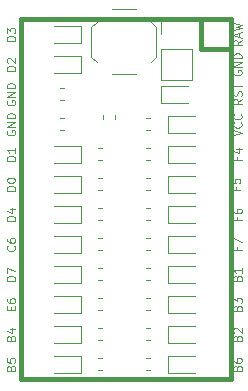
<source format=gbr>
G04 #@! TF.GenerationSoftware,KiCad,Pcbnew,(5.0.0)*
G04 #@! TF.CreationDate,2019-11-08T16:30:22-06:00*
G04 #@! TF.ProjectId,BlueMicro_LED_tester,426C75654D6963726F5F4C45445F7465,rev?*
G04 #@! TF.SameCoordinates,Original*
G04 #@! TF.FileFunction,Legend,Top*
G04 #@! TF.FilePolarity,Positive*
%FSLAX46Y46*%
G04 Gerber Fmt 4.6, Leading zero omitted, Abs format (unit mm)*
G04 Created by KiCad (PCBNEW (5.0.0)) date 11/08/19 16:30:22*
%MOMM*%
%LPD*%
G01*
G04 APERTURE LIST*
%ADD10C,0.120000*%
%ADD11C,0.381000*%
%ADD12C,0.100000*%
G04 APERTURE END LIST*
D10*
G04 #@! TO.C,SW1*
X112155000Y-74725000D02*
X112605000Y-74275000D01*
X112155000Y-71325000D02*
X112605000Y-71775000D01*
X107555000Y-71325000D02*
X107105000Y-71775000D01*
X107555000Y-74725000D02*
X107105000Y-74275000D01*
X108855000Y-70275000D02*
X110855000Y-70275000D01*
X112605000Y-74275000D02*
X112605000Y-71775000D01*
X108855000Y-75775000D02*
X110855000Y-75775000D01*
X107105000Y-74275000D02*
X107105000Y-71775000D01*
G04 #@! TO.C,J1*
X112970000Y-76260000D02*
X115630000Y-76260000D01*
X112970000Y-73660000D02*
X112970000Y-76260000D01*
X115630000Y-73660000D02*
X115630000Y-76260000D01*
X112970000Y-73660000D02*
X115630000Y-73660000D01*
X112970000Y-72390000D02*
X112970000Y-71060000D01*
X112970000Y-71060000D02*
X114300000Y-71060000D01*
D11*
G04 #@! TO.C,U1*
X116350000Y-73660000D02*
X118890000Y-73660000D01*
X116350000Y-71120000D02*
X116350000Y-73660000D01*
X101110000Y-101600000D02*
X101110000Y-71120000D01*
X118890000Y-101600000D02*
X101110000Y-101600000D01*
X118890000Y-71120000D02*
X118890000Y-101600000D01*
X101110000Y-71120000D02*
X118890000Y-71120000D01*
D10*
G04 #@! TO.C,D1*
X115252501Y-76735000D02*
X112967501Y-76735000D01*
X112967501Y-76735000D02*
X112967501Y-78205000D01*
X112967501Y-78205000D02*
X115252501Y-78205000D01*
G04 #@! TO.C,D2*
X103975000Y-73125000D02*
X106260000Y-73125000D01*
X106260000Y-73125000D02*
X106260000Y-71655000D01*
X106260000Y-71655000D02*
X103975000Y-71655000D01*
G04 #@! TO.C,D3*
X106260000Y-74195000D02*
X103975000Y-74195000D01*
X106260000Y-75665000D02*
X106260000Y-74195000D01*
X103975000Y-75665000D02*
X106260000Y-75665000D01*
G04 #@! TO.C,D4*
X103975000Y-83285000D02*
X106260000Y-83285000D01*
X106260000Y-83285000D02*
X106260000Y-81815000D01*
X106260000Y-81815000D02*
X103975000Y-81815000D01*
G04 #@! TO.C,D5*
X106260000Y-84355000D02*
X103975000Y-84355000D01*
X106260000Y-85825000D02*
X106260000Y-84355000D01*
X103975000Y-85825000D02*
X106260000Y-85825000D01*
G04 #@! TO.C,D6*
X106260000Y-86895000D02*
X103975000Y-86895000D01*
X106260000Y-88365000D02*
X106260000Y-86895000D01*
X103975000Y-88365000D02*
X106260000Y-88365000D01*
G04 #@! TO.C,D7*
X103975000Y-90905000D02*
X106260000Y-90905000D01*
X106260000Y-90905000D02*
X106260000Y-89435000D01*
X106260000Y-89435000D02*
X103975000Y-89435000D01*
G04 #@! TO.C,D8*
X103975000Y-93445000D02*
X106260000Y-93445000D01*
X106260000Y-93445000D02*
X106260000Y-91975000D01*
X106260000Y-91975000D02*
X103975000Y-91975000D01*
G04 #@! TO.C,D9*
X103975000Y-95985000D02*
X106260000Y-95985000D01*
X106260000Y-95985000D02*
X106260000Y-94515000D01*
X106260000Y-94515000D02*
X103975000Y-94515000D01*
G04 #@! TO.C,D10*
X106260000Y-97055000D02*
X103975000Y-97055000D01*
X106260000Y-98525000D02*
X106260000Y-97055000D01*
X103975000Y-98525000D02*
X106260000Y-98525000D01*
G04 #@! TO.C,D11*
X106260000Y-99595000D02*
X103975000Y-99595000D01*
X106260000Y-101065000D02*
X106260000Y-99595000D01*
X103975000Y-101065000D02*
X106260000Y-101065000D01*
G04 #@! TO.C,D12*
X113602500Y-80745000D02*
X115887500Y-80745000D01*
X113602500Y-79275000D02*
X113602500Y-80745000D01*
X115887500Y-79275000D02*
X113602500Y-79275000D01*
G04 #@! TO.C,D13*
X115887500Y-81815000D02*
X113602500Y-81815000D01*
X113602500Y-81815000D02*
X113602500Y-83285000D01*
X113602500Y-83285000D02*
X115887500Y-83285000D01*
G04 #@! TO.C,D14*
X113602500Y-85825000D02*
X115887500Y-85825000D01*
X113602500Y-84355000D02*
X113602500Y-85825000D01*
X115887500Y-84355000D02*
X113602500Y-84355000D01*
G04 #@! TO.C,D15*
X115887500Y-86895000D02*
X113602500Y-86895000D01*
X113602500Y-86895000D02*
X113602500Y-88365000D01*
X113602500Y-88365000D02*
X115887500Y-88365000D01*
G04 #@! TO.C,D16*
X113602500Y-90905000D02*
X115887500Y-90905000D01*
X113602500Y-89435000D02*
X113602500Y-90905000D01*
X115887500Y-89435000D02*
X113602500Y-89435000D01*
G04 #@! TO.C,D17*
X115887500Y-91975000D02*
X113602500Y-91975000D01*
X113602500Y-91975000D02*
X113602500Y-93445000D01*
X113602500Y-93445000D02*
X115887500Y-93445000D01*
G04 #@! TO.C,D18*
X113602500Y-95985000D02*
X115887500Y-95985000D01*
X113602500Y-94515000D02*
X113602500Y-95985000D01*
X115887500Y-94515000D02*
X113602500Y-94515000D01*
G04 #@! TO.C,D19*
X115887500Y-97055000D02*
X113602500Y-97055000D01*
X113602500Y-97055000D02*
X113602500Y-98525000D01*
X113602500Y-98525000D02*
X115887500Y-98525000D01*
G04 #@! TO.C,D20*
X113602500Y-101065000D02*
X115887500Y-101065000D01*
X113602500Y-99595000D02*
X113602500Y-101065000D01*
X115887500Y-99595000D02*
X113602500Y-99595000D01*
G04 #@! TO.C,R1*
X108075000Y-79212221D02*
X108075000Y-79537779D01*
X109095000Y-79212221D02*
X109095000Y-79537779D01*
G04 #@! TO.C,R2*
X104785279Y-80520000D02*
X104459721Y-80520000D01*
X104785279Y-79500000D02*
X104459721Y-79500000D01*
G04 #@! TO.C,R3*
X104785279Y-76960000D02*
X104459721Y-76960000D01*
X104785279Y-77980000D02*
X104459721Y-77980000D01*
G04 #@! TO.C,R4*
X107634721Y-83060000D02*
X107960279Y-83060000D01*
X107634721Y-82040000D02*
X107960279Y-82040000D01*
G04 #@! TO.C,R5*
X107634721Y-84580000D02*
X107960279Y-84580000D01*
X107634721Y-85600000D02*
X107960279Y-85600000D01*
G04 #@! TO.C,R6*
X107634721Y-87120000D02*
X107960279Y-87120000D01*
X107634721Y-88140000D02*
X107960279Y-88140000D01*
G04 #@! TO.C,R7*
X107634721Y-90680000D02*
X107960279Y-90680000D01*
X107634721Y-89660000D02*
X107960279Y-89660000D01*
G04 #@! TO.C,R8*
X107634721Y-92200000D02*
X107960279Y-92200000D01*
X107634721Y-93220000D02*
X107960279Y-93220000D01*
G04 #@! TO.C,R9*
X107634721Y-95760000D02*
X107960279Y-95760000D01*
X107634721Y-94740000D02*
X107960279Y-94740000D01*
G04 #@! TO.C,R10*
X107634721Y-97280000D02*
X107960279Y-97280000D01*
X107634721Y-98300000D02*
X107960279Y-98300000D01*
G04 #@! TO.C,R11*
X107634721Y-100840000D02*
X107960279Y-100840000D01*
X107634721Y-99820000D02*
X107960279Y-99820000D01*
G04 #@! TO.C,R12*
X112075279Y-80520000D02*
X111749721Y-80520000D01*
X112075279Y-79500000D02*
X111749721Y-79500000D01*
G04 #@! TO.C,R13*
X112075279Y-83060000D02*
X111749721Y-83060000D01*
X112075279Y-82040000D02*
X111749721Y-82040000D01*
G04 #@! TO.C,R14*
X112075279Y-84580000D02*
X111749721Y-84580000D01*
X112075279Y-85600000D02*
X111749721Y-85600000D01*
G04 #@! TO.C,R15*
X112075279Y-87120000D02*
X111749721Y-87120000D01*
X112075279Y-88140000D02*
X111749721Y-88140000D01*
G04 #@! TO.C,R16*
X112075279Y-90680000D02*
X111749721Y-90680000D01*
X112075279Y-89660000D02*
X111749721Y-89660000D01*
G04 #@! TO.C,R17*
X112075279Y-93220000D02*
X111749721Y-93220000D01*
X112075279Y-92200000D02*
X111749721Y-92200000D01*
G04 #@! TO.C,R18*
X112075279Y-94740000D02*
X111749721Y-94740000D01*
X112075279Y-95760000D02*
X111749721Y-95760000D01*
G04 #@! TO.C,R19*
X112075279Y-97280000D02*
X111749721Y-97280000D01*
X112075279Y-98300000D02*
X111749721Y-98300000D01*
G04 #@! TO.C,R20*
X112075279Y-100840000D02*
X111749721Y-100840000D01*
X112075279Y-99820000D02*
X111749721Y-99820000D01*
G04 #@! TO.C,U1*
D12*
X119823666Y-72873333D02*
X119490333Y-73106666D01*
X119823666Y-73273333D02*
X119123666Y-73273333D01*
X119123666Y-73006666D01*
X119157000Y-72940000D01*
X119190333Y-72906666D01*
X119257000Y-72873333D01*
X119357000Y-72873333D01*
X119423666Y-72906666D01*
X119457000Y-72940000D01*
X119490333Y-73006666D01*
X119490333Y-73273333D01*
X119623666Y-72606666D02*
X119623666Y-72273333D01*
X119823666Y-72673333D02*
X119123666Y-72440000D01*
X119823666Y-72206666D01*
X119123666Y-72040000D02*
X119823666Y-71873333D01*
X119323666Y-71740000D01*
X119823666Y-71606666D01*
X119123666Y-71440000D01*
X119157000Y-75463333D02*
X119123666Y-75530000D01*
X119123666Y-75630000D01*
X119157000Y-75730000D01*
X119223666Y-75796666D01*
X119290333Y-75830000D01*
X119423666Y-75863333D01*
X119523666Y-75863333D01*
X119657000Y-75830000D01*
X119723666Y-75796666D01*
X119790333Y-75730000D01*
X119823666Y-75630000D01*
X119823666Y-75563333D01*
X119790333Y-75463333D01*
X119757000Y-75430000D01*
X119523666Y-75430000D01*
X119523666Y-75563333D01*
X119823666Y-75130000D02*
X119123666Y-75130000D01*
X119823666Y-74730000D01*
X119123666Y-74730000D01*
X119823666Y-74396666D02*
X119123666Y-74396666D01*
X119123666Y-74230000D01*
X119157000Y-74130000D01*
X119223666Y-74063333D01*
X119290333Y-74030000D01*
X119423666Y-73996666D01*
X119523666Y-73996666D01*
X119657000Y-74030000D01*
X119723666Y-74063333D01*
X119790333Y-74130000D01*
X119823666Y-74230000D01*
X119823666Y-74396666D01*
X119823666Y-77853333D02*
X119490333Y-78086666D01*
X119823666Y-78253333D02*
X119123666Y-78253333D01*
X119123666Y-77986666D01*
X119157000Y-77920000D01*
X119190333Y-77886666D01*
X119257000Y-77853333D01*
X119357000Y-77853333D01*
X119423666Y-77886666D01*
X119457000Y-77920000D01*
X119490333Y-77986666D01*
X119490333Y-78253333D01*
X119790333Y-77586666D02*
X119823666Y-77486666D01*
X119823666Y-77320000D01*
X119790333Y-77253333D01*
X119757000Y-77220000D01*
X119690333Y-77186666D01*
X119623666Y-77186666D01*
X119557000Y-77220000D01*
X119523666Y-77253333D01*
X119490333Y-77320000D01*
X119457000Y-77453333D01*
X119423666Y-77520000D01*
X119390333Y-77553333D01*
X119323666Y-77586666D01*
X119257000Y-77586666D01*
X119190333Y-77553333D01*
X119157000Y-77520000D01*
X119123666Y-77453333D01*
X119123666Y-77286666D01*
X119157000Y-77186666D01*
X119123666Y-76986666D02*
X119123666Y-76586666D01*
X119823666Y-76786666D02*
X119123666Y-76786666D01*
X119123666Y-80943333D02*
X119823666Y-80710000D01*
X119123666Y-80476666D01*
X119757000Y-79843333D02*
X119790333Y-79876666D01*
X119823666Y-79976666D01*
X119823666Y-80043333D01*
X119790333Y-80143333D01*
X119723666Y-80210000D01*
X119657000Y-80243333D01*
X119523666Y-80276666D01*
X119423666Y-80276666D01*
X119290333Y-80243333D01*
X119223666Y-80210000D01*
X119157000Y-80143333D01*
X119123666Y-80043333D01*
X119123666Y-79976666D01*
X119157000Y-79876666D01*
X119190333Y-79843333D01*
X119757000Y-79143333D02*
X119790333Y-79176666D01*
X119823666Y-79276666D01*
X119823666Y-79343333D01*
X119790333Y-79443333D01*
X119723666Y-79510000D01*
X119657000Y-79543333D01*
X119523666Y-79576666D01*
X119423666Y-79576666D01*
X119290333Y-79543333D01*
X119223666Y-79510000D01*
X119157000Y-79443333D01*
X119123666Y-79343333D01*
X119123666Y-79276666D01*
X119157000Y-79176666D01*
X119190333Y-79143333D01*
X119457000Y-82783333D02*
X119457000Y-83016666D01*
X119823666Y-83016666D02*
X119123666Y-83016666D01*
X119123666Y-82683333D01*
X119357000Y-82116666D02*
X119823666Y-82116666D01*
X119090333Y-82283333D02*
X119590333Y-82450000D01*
X119590333Y-82016666D01*
X119330000Y-85323333D02*
X119330000Y-85556666D01*
X119696666Y-85556666D02*
X118996666Y-85556666D01*
X118996666Y-85223333D01*
X118996666Y-84623333D02*
X118996666Y-84956666D01*
X119330000Y-84990000D01*
X119296666Y-84956666D01*
X119263333Y-84890000D01*
X119263333Y-84723333D01*
X119296666Y-84656666D01*
X119330000Y-84623333D01*
X119396666Y-84590000D01*
X119563333Y-84590000D01*
X119630000Y-84623333D01*
X119663333Y-84656666D01*
X119696666Y-84723333D01*
X119696666Y-84890000D01*
X119663333Y-84956666D01*
X119630000Y-84990000D01*
X119457000Y-90403333D02*
X119457000Y-90636666D01*
X119823666Y-90636666D02*
X119123666Y-90636666D01*
X119123666Y-90303333D01*
X119123666Y-90103333D02*
X119123666Y-89636666D01*
X119823666Y-89936666D01*
X119457000Y-87863333D02*
X119457000Y-88096666D01*
X119823666Y-88096666D02*
X119123666Y-88096666D01*
X119123666Y-87763333D01*
X119123666Y-87196666D02*
X119123666Y-87330000D01*
X119157000Y-87396666D01*
X119190333Y-87430000D01*
X119290333Y-87496666D01*
X119423666Y-87530000D01*
X119690333Y-87530000D01*
X119757000Y-87496666D01*
X119790333Y-87463333D01*
X119823666Y-87396666D01*
X119823666Y-87263333D01*
X119790333Y-87196666D01*
X119757000Y-87163333D01*
X119690333Y-87130000D01*
X119523666Y-87130000D01*
X119457000Y-87163333D01*
X119423666Y-87196666D01*
X119390333Y-87263333D01*
X119390333Y-87396666D01*
X119423666Y-87463333D01*
X119457000Y-87496666D01*
X119523666Y-87530000D01*
X119457000Y-92993333D02*
X119490333Y-92893333D01*
X119523666Y-92860000D01*
X119590333Y-92826666D01*
X119690333Y-92826666D01*
X119757000Y-92860000D01*
X119790333Y-92893333D01*
X119823666Y-92960000D01*
X119823666Y-93226666D01*
X119123666Y-93226666D01*
X119123666Y-92993333D01*
X119157000Y-92926666D01*
X119190333Y-92893333D01*
X119257000Y-92860000D01*
X119323666Y-92860000D01*
X119390333Y-92893333D01*
X119423666Y-92926666D01*
X119457000Y-92993333D01*
X119457000Y-93226666D01*
X119823666Y-92160000D02*
X119823666Y-92560000D01*
X119823666Y-92360000D02*
X119123666Y-92360000D01*
X119223666Y-92426666D01*
X119290333Y-92493333D01*
X119323666Y-92560000D01*
X119457000Y-95533333D02*
X119490333Y-95433333D01*
X119523666Y-95400000D01*
X119590333Y-95366666D01*
X119690333Y-95366666D01*
X119757000Y-95400000D01*
X119790333Y-95433333D01*
X119823666Y-95500000D01*
X119823666Y-95766666D01*
X119123666Y-95766666D01*
X119123666Y-95533333D01*
X119157000Y-95466666D01*
X119190333Y-95433333D01*
X119257000Y-95400000D01*
X119323666Y-95400000D01*
X119390333Y-95433333D01*
X119423666Y-95466666D01*
X119457000Y-95533333D01*
X119457000Y-95766666D01*
X119123666Y-95133333D02*
X119123666Y-94700000D01*
X119390333Y-94933333D01*
X119390333Y-94833333D01*
X119423666Y-94766666D01*
X119457000Y-94733333D01*
X119523666Y-94700000D01*
X119690333Y-94700000D01*
X119757000Y-94733333D01*
X119790333Y-94766666D01*
X119823666Y-94833333D01*
X119823666Y-95033333D01*
X119790333Y-95100000D01*
X119757000Y-95133333D01*
X119457000Y-98073333D02*
X119490333Y-97973333D01*
X119523666Y-97940000D01*
X119590333Y-97906666D01*
X119690333Y-97906666D01*
X119757000Y-97940000D01*
X119790333Y-97973333D01*
X119823666Y-98040000D01*
X119823666Y-98306666D01*
X119123666Y-98306666D01*
X119123666Y-98073333D01*
X119157000Y-98006666D01*
X119190333Y-97973333D01*
X119257000Y-97940000D01*
X119323666Y-97940000D01*
X119390333Y-97973333D01*
X119423666Y-98006666D01*
X119457000Y-98073333D01*
X119457000Y-98306666D01*
X119190333Y-97640000D02*
X119157000Y-97606666D01*
X119123666Y-97540000D01*
X119123666Y-97373333D01*
X119157000Y-97306666D01*
X119190333Y-97273333D01*
X119257000Y-97240000D01*
X119323666Y-97240000D01*
X119423666Y-97273333D01*
X119823666Y-97673333D01*
X119823666Y-97240000D01*
X119457000Y-100613333D02*
X119490333Y-100513333D01*
X119523666Y-100480000D01*
X119590333Y-100446666D01*
X119690333Y-100446666D01*
X119757000Y-100480000D01*
X119790333Y-100513333D01*
X119823666Y-100580000D01*
X119823666Y-100846666D01*
X119123666Y-100846666D01*
X119123666Y-100613333D01*
X119157000Y-100546666D01*
X119190333Y-100513333D01*
X119257000Y-100480000D01*
X119323666Y-100480000D01*
X119390333Y-100513333D01*
X119423666Y-100546666D01*
X119457000Y-100613333D01*
X119457000Y-100846666D01*
X119123666Y-99846666D02*
X119123666Y-99980000D01*
X119157000Y-100046666D01*
X119190333Y-100080000D01*
X119290333Y-100146666D01*
X119423666Y-100180000D01*
X119690333Y-100180000D01*
X119757000Y-100146666D01*
X119790333Y-100113333D01*
X119823666Y-100046666D01*
X119823666Y-99913333D01*
X119790333Y-99846666D01*
X119757000Y-99813333D01*
X119690333Y-99780000D01*
X119523666Y-99780000D01*
X119457000Y-99813333D01*
X119423666Y-99846666D01*
X119390333Y-99913333D01*
X119390333Y-100046666D01*
X119423666Y-100113333D01*
X119457000Y-100146666D01*
X119523666Y-100180000D01*
X100646666Y-72906666D02*
X99946666Y-72906666D01*
X99946666Y-72740000D01*
X99980000Y-72640000D01*
X100046666Y-72573333D01*
X100113333Y-72540000D01*
X100246666Y-72506666D01*
X100346666Y-72506666D01*
X100480000Y-72540000D01*
X100546666Y-72573333D01*
X100613333Y-72640000D01*
X100646666Y-72740000D01*
X100646666Y-72906666D01*
X99946666Y-72273333D02*
X99946666Y-71840000D01*
X100213333Y-72073333D01*
X100213333Y-71973333D01*
X100246666Y-71906666D01*
X100280000Y-71873333D01*
X100346666Y-71840000D01*
X100513333Y-71840000D01*
X100580000Y-71873333D01*
X100613333Y-71906666D01*
X100646666Y-71973333D01*
X100646666Y-72173333D01*
X100613333Y-72240000D01*
X100580000Y-72273333D01*
X100646666Y-75446666D02*
X99946666Y-75446666D01*
X99946666Y-75280000D01*
X99980000Y-75180000D01*
X100046666Y-75113333D01*
X100113333Y-75080000D01*
X100246666Y-75046666D01*
X100346666Y-75046666D01*
X100480000Y-75080000D01*
X100546666Y-75113333D01*
X100613333Y-75180000D01*
X100646666Y-75280000D01*
X100646666Y-75446666D01*
X100013333Y-74780000D02*
X99980000Y-74746666D01*
X99946666Y-74680000D01*
X99946666Y-74513333D01*
X99980000Y-74446666D01*
X100013333Y-74413333D01*
X100080000Y-74380000D01*
X100146666Y-74380000D01*
X100246666Y-74413333D01*
X100646666Y-74813333D01*
X100646666Y-74380000D01*
X99980000Y-78003333D02*
X99946666Y-78070000D01*
X99946666Y-78170000D01*
X99980000Y-78270000D01*
X100046666Y-78336666D01*
X100113333Y-78370000D01*
X100246666Y-78403333D01*
X100346666Y-78403333D01*
X100480000Y-78370000D01*
X100546666Y-78336666D01*
X100613333Y-78270000D01*
X100646666Y-78170000D01*
X100646666Y-78103333D01*
X100613333Y-78003333D01*
X100580000Y-77970000D01*
X100346666Y-77970000D01*
X100346666Y-78103333D01*
X100646666Y-77670000D02*
X99946666Y-77670000D01*
X100646666Y-77270000D01*
X99946666Y-77270000D01*
X100646666Y-76936666D02*
X99946666Y-76936666D01*
X99946666Y-76770000D01*
X99980000Y-76670000D01*
X100046666Y-76603333D01*
X100113333Y-76570000D01*
X100246666Y-76536666D01*
X100346666Y-76536666D01*
X100480000Y-76570000D01*
X100546666Y-76603333D01*
X100613333Y-76670000D01*
X100646666Y-76770000D01*
X100646666Y-76936666D01*
X99980000Y-80543333D02*
X99946666Y-80610000D01*
X99946666Y-80710000D01*
X99980000Y-80810000D01*
X100046666Y-80876666D01*
X100113333Y-80910000D01*
X100246666Y-80943333D01*
X100346666Y-80943333D01*
X100480000Y-80910000D01*
X100546666Y-80876666D01*
X100613333Y-80810000D01*
X100646666Y-80710000D01*
X100646666Y-80643333D01*
X100613333Y-80543333D01*
X100580000Y-80510000D01*
X100346666Y-80510000D01*
X100346666Y-80643333D01*
X100646666Y-80210000D02*
X99946666Y-80210000D01*
X100646666Y-79810000D01*
X99946666Y-79810000D01*
X100646666Y-79476666D02*
X99946666Y-79476666D01*
X99946666Y-79310000D01*
X99980000Y-79210000D01*
X100046666Y-79143333D01*
X100113333Y-79110000D01*
X100246666Y-79076666D01*
X100346666Y-79076666D01*
X100480000Y-79110000D01*
X100546666Y-79143333D01*
X100613333Y-79210000D01*
X100646666Y-79310000D01*
X100646666Y-79476666D01*
X100646666Y-83066666D02*
X99946666Y-83066666D01*
X99946666Y-82900000D01*
X99980000Y-82800000D01*
X100046666Y-82733333D01*
X100113333Y-82700000D01*
X100246666Y-82666666D01*
X100346666Y-82666666D01*
X100480000Y-82700000D01*
X100546666Y-82733333D01*
X100613333Y-82800000D01*
X100646666Y-82900000D01*
X100646666Y-83066666D01*
X100646666Y-82000000D02*
X100646666Y-82400000D01*
X100646666Y-82200000D02*
X99946666Y-82200000D01*
X100046666Y-82266666D01*
X100113333Y-82333333D01*
X100146666Y-82400000D01*
X100646666Y-85606666D02*
X99946666Y-85606666D01*
X99946666Y-85440000D01*
X99980000Y-85340000D01*
X100046666Y-85273333D01*
X100113333Y-85240000D01*
X100246666Y-85206666D01*
X100346666Y-85206666D01*
X100480000Y-85240000D01*
X100546666Y-85273333D01*
X100613333Y-85340000D01*
X100646666Y-85440000D01*
X100646666Y-85606666D01*
X99946666Y-84773333D02*
X99946666Y-84706666D01*
X99980000Y-84640000D01*
X100013333Y-84606666D01*
X100080000Y-84573333D01*
X100213333Y-84540000D01*
X100380000Y-84540000D01*
X100513333Y-84573333D01*
X100580000Y-84606666D01*
X100613333Y-84640000D01*
X100646666Y-84706666D01*
X100646666Y-84773333D01*
X100613333Y-84840000D01*
X100580000Y-84873333D01*
X100513333Y-84906666D01*
X100380000Y-84940000D01*
X100213333Y-84940000D01*
X100080000Y-84906666D01*
X100013333Y-84873333D01*
X99980000Y-84840000D01*
X99946666Y-84773333D01*
X100646666Y-88146666D02*
X99946666Y-88146666D01*
X99946666Y-87980000D01*
X99980000Y-87880000D01*
X100046666Y-87813333D01*
X100113333Y-87780000D01*
X100246666Y-87746666D01*
X100346666Y-87746666D01*
X100480000Y-87780000D01*
X100546666Y-87813333D01*
X100613333Y-87880000D01*
X100646666Y-87980000D01*
X100646666Y-88146666D01*
X100180000Y-87146666D02*
X100646666Y-87146666D01*
X99913333Y-87313333D02*
X100413333Y-87480000D01*
X100413333Y-87046666D01*
X100580000Y-90286666D02*
X100613333Y-90320000D01*
X100646666Y-90420000D01*
X100646666Y-90486666D01*
X100613333Y-90586666D01*
X100546666Y-90653333D01*
X100480000Y-90686666D01*
X100346666Y-90720000D01*
X100246666Y-90720000D01*
X100113333Y-90686666D01*
X100046666Y-90653333D01*
X99980000Y-90586666D01*
X99946666Y-90486666D01*
X99946666Y-90420000D01*
X99980000Y-90320000D01*
X100013333Y-90286666D01*
X99946666Y-89686666D02*
X99946666Y-89820000D01*
X99980000Y-89886666D01*
X100013333Y-89920000D01*
X100113333Y-89986666D01*
X100246666Y-90020000D01*
X100513333Y-90020000D01*
X100580000Y-89986666D01*
X100613333Y-89953333D01*
X100646666Y-89886666D01*
X100646666Y-89753333D01*
X100613333Y-89686666D01*
X100580000Y-89653333D01*
X100513333Y-89620000D01*
X100346666Y-89620000D01*
X100280000Y-89653333D01*
X100246666Y-89686666D01*
X100213333Y-89753333D01*
X100213333Y-89886666D01*
X100246666Y-89953333D01*
X100280000Y-89986666D01*
X100346666Y-90020000D01*
X100646666Y-93226666D02*
X99946666Y-93226666D01*
X99946666Y-93060000D01*
X99980000Y-92960000D01*
X100046666Y-92893333D01*
X100113333Y-92860000D01*
X100246666Y-92826666D01*
X100346666Y-92826666D01*
X100480000Y-92860000D01*
X100546666Y-92893333D01*
X100613333Y-92960000D01*
X100646666Y-93060000D01*
X100646666Y-93226666D01*
X99946666Y-92593333D02*
X99946666Y-92126666D01*
X100646666Y-92426666D01*
X100280000Y-95733333D02*
X100280000Y-95500000D01*
X100646666Y-95400000D02*
X100646666Y-95733333D01*
X99946666Y-95733333D01*
X99946666Y-95400000D01*
X99946666Y-94800000D02*
X99946666Y-94933333D01*
X99980000Y-95000000D01*
X100013333Y-95033333D01*
X100113333Y-95100000D01*
X100246666Y-95133333D01*
X100513333Y-95133333D01*
X100580000Y-95100000D01*
X100613333Y-95066666D01*
X100646666Y-95000000D01*
X100646666Y-94866666D01*
X100613333Y-94800000D01*
X100580000Y-94766666D01*
X100513333Y-94733333D01*
X100346666Y-94733333D01*
X100280000Y-94766666D01*
X100246666Y-94800000D01*
X100213333Y-94866666D01*
X100213333Y-95000000D01*
X100246666Y-95066666D01*
X100280000Y-95100000D01*
X100346666Y-95133333D01*
X100280000Y-98073333D02*
X100313333Y-97973333D01*
X100346666Y-97940000D01*
X100413333Y-97906666D01*
X100513333Y-97906666D01*
X100580000Y-97940000D01*
X100613333Y-97973333D01*
X100646666Y-98040000D01*
X100646666Y-98306666D01*
X99946666Y-98306666D01*
X99946666Y-98073333D01*
X99980000Y-98006666D01*
X100013333Y-97973333D01*
X100080000Y-97940000D01*
X100146666Y-97940000D01*
X100213333Y-97973333D01*
X100246666Y-98006666D01*
X100280000Y-98073333D01*
X100280000Y-98306666D01*
X100180000Y-97306666D02*
X100646666Y-97306666D01*
X99913333Y-97473333D02*
X100413333Y-97640000D01*
X100413333Y-97206666D01*
X100280000Y-100613333D02*
X100313333Y-100513333D01*
X100346666Y-100480000D01*
X100413333Y-100446666D01*
X100513333Y-100446666D01*
X100580000Y-100480000D01*
X100613333Y-100513333D01*
X100646666Y-100580000D01*
X100646666Y-100846666D01*
X99946666Y-100846666D01*
X99946666Y-100613333D01*
X99980000Y-100546666D01*
X100013333Y-100513333D01*
X100080000Y-100480000D01*
X100146666Y-100480000D01*
X100213333Y-100513333D01*
X100246666Y-100546666D01*
X100280000Y-100613333D01*
X100280000Y-100846666D01*
X99946666Y-99813333D02*
X99946666Y-100146666D01*
X100280000Y-100180000D01*
X100246666Y-100146666D01*
X100213333Y-100080000D01*
X100213333Y-99913333D01*
X100246666Y-99846666D01*
X100280000Y-99813333D01*
X100346666Y-99780000D01*
X100513333Y-99780000D01*
X100580000Y-99813333D01*
X100613333Y-99846666D01*
X100646666Y-99913333D01*
X100646666Y-100080000D01*
X100613333Y-100146666D01*
X100580000Y-100180000D01*
G04 #@! TD*
M02*

</source>
